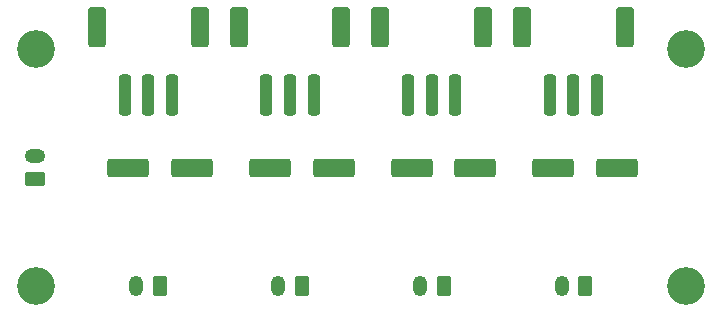
<source format=gbr>
%TF.GenerationSoftware,KiCad,Pcbnew,(5.99.0-12650-g5c402a64ab)*%
%TF.CreationDate,2021-10-10T22:09:24+02:00*%
%TF.ProjectId,mini_light_control,6d696e69-5f6c-4696-9768-745f636f6e74,v1.0*%
%TF.SameCoordinates,Original*%
%TF.FileFunction,Soldermask,Top*%
%TF.FilePolarity,Negative*%
%FSLAX46Y46*%
G04 Gerber Fmt 4.6, Leading zero omitted, Abs format (unit mm)*
G04 Created by KiCad (PCBNEW (5.99.0-12650-g5c402a64ab)) date 2021-10-10 22:09:24*
%MOMM*%
%LPD*%
G01*
G04 APERTURE LIST*
G04 Aperture macros list*
%AMRoundRect*
0 Rectangle with rounded corners*
0 $1 Rounding radius*
0 $2 $3 $4 $5 $6 $7 $8 $9 X,Y pos of 4 corners*
0 Add a 4 corners polygon primitive as box body*
4,1,4,$2,$3,$4,$5,$6,$7,$8,$9,$2,$3,0*
0 Add four circle primitives for the rounded corners*
1,1,$1+$1,$2,$3*
1,1,$1+$1,$4,$5*
1,1,$1+$1,$6,$7*
1,1,$1+$1,$8,$9*
0 Add four rect primitives between the rounded corners*
20,1,$1+$1,$2,$3,$4,$5,0*
20,1,$1+$1,$4,$5,$6,$7,0*
20,1,$1+$1,$6,$7,$8,$9,0*
20,1,$1+$1,$8,$9,$2,$3,0*%
G04 Aperture macros list end*
%ADD10RoundRect,0.250000X1.500000X0.550000X-1.500000X0.550000X-1.500000X-0.550000X1.500000X-0.550000X0*%
%ADD11RoundRect,0.250000X0.350000X0.625000X-0.350000X0.625000X-0.350000X-0.625000X0.350000X-0.625000X0*%
%ADD12O,1.200000X1.750000*%
%ADD13C,3.200000*%
%ADD14RoundRect,0.250000X0.250000X1.500000X-0.250000X1.500000X-0.250000X-1.500000X0.250000X-1.500000X0*%
%ADD15RoundRect,0.250001X0.499999X1.449999X-0.499999X1.449999X-0.499999X-1.449999X0.499999X-1.449999X0*%
%ADD16RoundRect,0.250000X0.625000X-0.350000X0.625000X0.350000X-0.625000X0.350000X-0.625000X-0.350000X0*%
%ADD17O,1.750000X1.200000*%
G04 APERTURE END LIST*
D10*
%TO.C,C12*%
X141700000Y-49000000D03*
X136300000Y-49000000D03*
%TD*%
%TO.C,C13*%
X153700000Y-49000000D03*
X148300000Y-49000000D03*
%TD*%
D11*
%TO.C,J7*%
X151000000Y-59000000D03*
D12*
X149000000Y-59000000D03*
%TD*%
D13*
%TO.C,H1*%
X159500000Y-59000000D03*
%TD*%
%TO.C,H4*%
X159500000Y-39000000D03*
%TD*%
D11*
%TO.C,J3*%
X127000000Y-59000000D03*
D12*
X125000000Y-59000000D03*
%TD*%
D10*
%TO.C,C7*%
X129700000Y-49000000D03*
X124300000Y-49000000D03*
%TD*%
D13*
%TO.C,H3*%
X104500000Y-39000000D03*
%TD*%
D14*
%TO.C,J4*%
X116000000Y-42850000D03*
X114000000Y-42850000D03*
X112000000Y-42850000D03*
D15*
X109650000Y-37100000D03*
X118350000Y-37100000D03*
%TD*%
D11*
%TO.C,J6*%
X139000000Y-59000000D03*
D12*
X137000000Y-59000000D03*
%TD*%
D11*
%TO.C,J2*%
X115000000Y-59000000D03*
D12*
X113000000Y-59000000D03*
%TD*%
D10*
%TO.C,C6*%
X117700000Y-49000000D03*
X112300000Y-49000000D03*
%TD*%
D14*
%TO.C,J8*%
X140000000Y-42850000D03*
X138000000Y-42850000D03*
X136000000Y-42850000D03*
D15*
X133650000Y-37100000D03*
X142350000Y-37100000D03*
%TD*%
D13*
%TO.C,H2*%
X104500000Y-59000000D03*
%TD*%
D16*
%TO.C,J1*%
X104450000Y-50000000D03*
D17*
X104450000Y-48000000D03*
%TD*%
D14*
%TO.C,J9*%
X152000000Y-42850000D03*
X150000000Y-42850000D03*
X148000000Y-42850000D03*
D15*
X154350000Y-37100000D03*
X145650000Y-37100000D03*
%TD*%
D14*
%TO.C,J5*%
X128000000Y-42850000D03*
X126000000Y-42850000D03*
X124000000Y-42850000D03*
D15*
X130350000Y-37100000D03*
X121650000Y-37100000D03*
%TD*%
M02*

</source>
